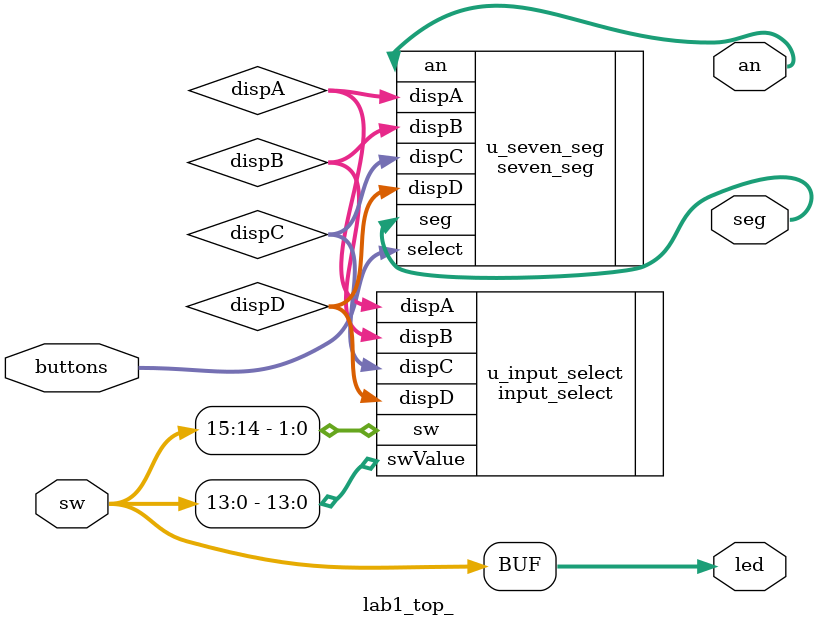
<source format=v>
`timescale 1ns / 1ps


module lab1_top_(
    // Mode and Value switches, and push button input
    input [15:0] sw,           
    input [3:0] buttons,  
    // 16-bit LED output (led[15:0]), seven segment output, and anode output
    output [15:0] led,
    output [6:0] seg,
    output [3:0] an
    );
    
    wire [3:0] dispA, dispB, dispC, dispD;
    
     // Connect sw[15:14] to the mode select input and connect sw[13:0] to the swValue input
    input_select u_input_select (
        .sw(sw[15:14]),          
        .swValue(sw[13:0]),         
        .dispA(dispA),    
        .dispB(dispB),    
        .dispC(dispC),    
        .dispD(dispD)     
    );
    
   // Instantiate the seven_seg module
    seven_seg u_seven_seg (
        .dispA(dispA),    
        .dispB(dispB),   
        .dispC(dispC),    
        .dispD(dispD),    
        .select(buttons),    
        .seg(seg),                
        .an(an)                 
    );
    
    // Assigns each led to its corresponding switch/swValue
    assign led = sw;
    
endmodule

</source>
